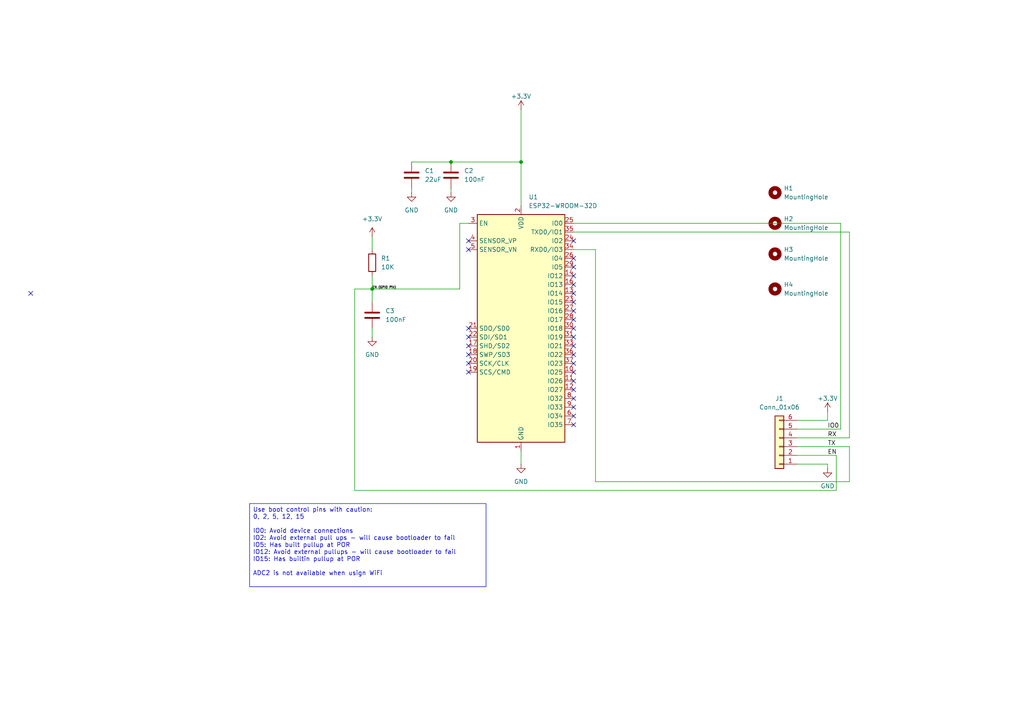
<source format=kicad_sch>
(kicad_sch (version 20231120) (generator "eeschema") (generator_version "8.0")
  (paper "A4")
  (lib_symbols
    (symbol "Connector_Generic:Conn_01x06" (pin_names (offset 1.016) hide)
      (property "Reference" "J" (at 0 7.62 0))
      (property "Value" "Conn_01x06" (at 0 -10.16 0))
      (symbol "Conn_01x06_1_1"
        (rectangle (start -1.27 -7.493) (end 0 -7.747) (stroke (width 0.1524)))
        (rectangle (start -1.27 -4.953) (end 0 -5.207) (stroke (width 0.1524)))
        (rectangle (start -1.27 -2.413) (end 0 -2.667) (stroke (width 0.1524)))
        (rectangle (start -1.27 0.127) (end 0 -0.127) (stroke (width 0.1524)))
        (rectangle (start -1.27 2.667) (end 0 2.413) (stroke (width 0.1524)))
        (rectangle (start -1.27 5.207) (end 0 4.953) (stroke (width 0.1524)))
        (rectangle (start -1.27 6.35) (end 1.27 -8.89) (stroke (width 0.254)) (fill (type background)))
        (pin passive line (at -5.08 5.08 0) (length 3.81) (name "Pin_1") (number "1"))
        (pin passive line (at -5.08 2.54 0) (length 3.81) (name "Pin_2") (number "2"))
        (pin passive line (at -5.08 0 0) (length 3.81) (name "Pin_3") (number "3"))
        (pin passive line (at -5.08 -2.54 0) (length 3.81) (name "Pin_4") (number "4"))
        (pin passive line (at -5.08 -5.08 0) (length 3.81) (name "Pin_5") (number "5"))
        (pin passive line (at -5.08 -7.62 0) (length 3.81) (name "Pin_6") (number "6"))
      )
    )
    (symbol "Device:C" (pin_numbers hide) (pin_names (offset 0.254))
      (property "Reference" "C" (at 0.635 2.54 0))
      (property "Value" "C" (at 0.635 -2.54 0))
      (symbol "C_0_1"
        (polyline (pts (xy -2.032 -0.762) (xy 2.032 -0.762)) (stroke (width 0.508)))
        (polyline (pts (xy -2.032 0.762) (xy 2.032 0.762)) (stroke (width 0.508)))
      )
      (symbol "C_1_1"
        (pin passive line (at 0 3.81 270) (length 2.794) (name "~") (number "1"))
        (pin passive line (at 0 -3.81 90) (length 2.794) (name "~") (number "2"))
      )
    )
    (symbol "Device:R" (pin_numbers hide) (pin_names (offset 0))
      (property "Reference" "R" (at 2.032 0 90))
      (property "Value" "R" (at 0 0 90))
      (symbol "R_0_1"
        (rectangle (start -1.016 -2.54) (end 1.016 2.54) (stroke (width 0.254)))
      )
      (symbol "R_1_1"
        (pin passive line (at 0 3.81 270) (length 1.27) (name "~") (number "1"))
        (pin passive line (at 0 -3.81 90) (length 1.27) (name "~") (number "2"))
      )
    )
    (symbol "Mechanical:MountingHole" (pin_names (offset 1.016)) (exclude_from_sim yes) (in_bom no)
      (property "Reference" "H" (at 0 5.08 0))
      (property "Value" "MountingHole" (at 0 3.175 0))
      (symbol "MountingHole_0_1"
        (circle (center 0 0) (radius 1.27) (stroke (width 1.27)))
      )
    )
    (symbol "RF_Module:ESP32-WROOM-32D"
      (property "Reference" "U" (at -12.7 34.29 0))
      (property "Value" "ESP32-WROOM-32D" (at 1.27 34.29 0))
      (symbol "ESP32-WROOM-32D_0_1"
        (rectangle (start -12.7 33.02) (end 12.7 -33.02) (stroke (width 0.254)) (fill (type background)))
      )
      (symbol "ESP32-WROOM-32D_1_1"
        (pin power_in line (at 0 -35.56 90) (length 2.54) (name "GND") (number "1"))
        (pin bidirectional line (at 15.24 -12.7 180) (length 2.54) (name "IO25") (number "10"))
        (pin bidirectional line (at 15.24 -15.24 180) (length 2.54) (name "IO26") (number "11"))
        (pin bidirectional line (at 15.24 -17.78 180) (length 2.54) (name "IO27") (number "12"))
        (pin bidirectional line (at 15.24 10.16 180) (length 2.54) (name "IO14") (number "13"))
        (pin bidirectional line (at 15.24 15.24 180) (length 2.54) (name "IO12") (number "14"))
        (pin passive line (at 0 -35.56 90) (length 2.54) hide (name "GND") (number "15"))
        (pin bidirectional line (at 15.24 12.7 180) (length 2.54) (name "IO13") (number "16"))
        (pin bidirectional line (at -15.24 -5.08 0) (length 2.54) (name "SHD/SD2") (number "17"))
        (pin bidirectional line (at -15.24 -7.62 0) (length 2.54) (name "SWP/SD3") (number "18"))
        (pin bidirectional line (at -15.24 -12.7 0) (length 2.54) (name "SCS/CMD") (number "19"))
        (pin power_in line (at 0 35.56 270) (length 2.54) (name "VDD") (number "2"))
        (pin bidirectional line (at -15.24 -10.16 0) (length 2.54) (name "SCK/CLK") (number "20"))
        (pin bidirectional line (at -15.24 0 0) (length 2.54) (name "SDO/SD0") (number "21"))
        (pin bidirectional line (at -15.24 -2.54 0) (length 2.54) (name "SDI/SD1") (number "22"))
        (pin bidirectional line (at 15.24 7.62 180) (length 2.54) (name "IO15") (number "23"))
        (pin bidirectional line (at 15.24 25.4 180) (length 2.54) (name "IO2") (number "24"))
        (pin bidirectional line (at 15.24 30.48 180) (length 2.54) (name "IO0") (number "25"))
        (pin bidirectional line (at 15.24 20.32 180) (length 2.54) (name "IO4") (number "26"))
        (pin bidirectional line (at 15.24 5.08 180) (length 2.54) (name "IO16") (number "27"))
        (pin bidirectional line (at 15.24 2.54 180) (length 2.54) (name "IO17") (number "28"))
        (pin bidirectional line (at 15.24 17.78 180) (length 2.54) (name "IO5") (number "29"))
        (pin input line (at -15.24 30.48 0) (length 2.54) (name "EN") (number "3"))
        (pin bidirectional line (at 15.24 0 180) (length 2.54) (name "IO18") (number "30"))
        (pin bidirectional line (at 15.24 -2.54 180) (length 2.54) (name "IO19") (number "31"))
        (pin no_connect line (at -12.7 -27.94 0) (length 2.54) hide (name "NC") (number "32"))
        (pin bidirectional line (at 15.24 -5.08 180) (length 2.54) (name "IO21") (number "33"))
        (pin bidirectional line (at 15.24 22.86 180) (length 2.54) (name "RXD0/IO3") (number "34"))
        (pin bidirectional line (at 15.24 27.94 180) (length 2.54) (name "TXD0/IO1") (number "35"))
        (pin bidirectional line (at 15.24 -7.62 180) (length 2.54) (name "IO22") (number "36"))
        (pin bidirectional line (at 15.24 -10.16 180) (length 2.54) (name "IO23") (number "37"))
        (pin passive line (at 0 -35.56 90) (length 2.54) hide (name "GND") (number "38"))
        (pin passive line (at 0 -35.56 90) (length 2.54) hide (name "GND") (number "39"))
        (pin input line (at -15.24 25.4 0) (length 2.54) (name "SENSOR_VP") (number "4"))
        (pin input line (at -15.24 22.86 0) (length 2.54) (name "SENSOR_VN") (number "5"))
        (pin input line (at 15.24 -25.4 180) (length 2.54) (name "IO34") (number "6"))
        (pin input line (at 15.24 -27.94 180) (length 2.54) (name "IO35") (number "7"))
        (pin bidirectional line (at 15.24 -20.32 180) (length 2.54) (name "IO32") (number "8"))
        (pin bidirectional line (at 15.24 -22.86 180) (length 2.54) (name "IO33") (number "9"))
      )
    )
    (symbol "power:+3.3V" (power) (pin_numbers hide) (pin_names (offset 0) hide)
      (property "Value" "+3.3V" (at 0 3.556 0))
      (symbol "+3.3V_0_1"
        (polyline (pts (xy -0.762 1.27) (xy 0 2.54)))
        (polyline (pts (xy 0 0) (xy 0 2.54)))
        (polyline (pts (xy 0 2.54) (xy 0.762 1.27)))
      )
      (symbol "+3.3V_1_1"
        (pin power_in line (at 0 0 90) (length 0) (name "~") (number "1"))
      )
    )
    (symbol "power:GND" (power) (pin_numbers hide) (pin_names (offset 0) hide)
      (property "Value" "GND" (at 0 -3.81 0))
      (symbol "GND_0_1"
        (polyline (pts (xy 0 0) (xy 0 -1.27) (xy 1.27 -1.27) (xy 0 -2.54) (xy -1.27 -1.27) (xy 0 -1.27)))
      )
      (symbol "GND_1_1"
        (pin power_in line (at 0 0 270) (length 0) (name "~") (number "1"))
      )
    )
  )
  (junction (at 151.13 46.99))
  (junction (at 130.81 46.99))
  (junction (at 107.95 83.82))
  (no_connect (at 166.37 120.65))
  (no_connect (at 166.37 100.33))
  (no_connect (at 135.89 69.85))
  (no_connect (at 166.37 102.87))
  (no_connect (at 166.37 69.85))
  (no_connect (at 166.37 115.57))
  (no_connect (at 166.37 90.17))
  (no_connect (at 135.89 102.87))
  (no_connect (at 166.37 97.79))
  (no_connect (at 135.89 107.95))
  (no_connect (at 135.89 105.41))
  (no_connect (at 166.37 107.95))
  (no_connect (at 166.37 87.63))
  (no_connect (at 166.37 95.25))
  (no_connect (at 166.37 77.47))
  (no_connect (at 166.37 110.49))
  (no_connect (at 135.89 72.39))
  (no_connect (at 135.89 97.79))
  (no_connect (at 166.37 80.01))
  (no_connect (at 166.37 82.55))
  (no_connect (at 135.89 95.25))
  (no_connect (at 166.37 105.41))
  (no_connect (at 166.37 113.03))
  (no_connect (at 166.37 92.71))
  (no_connect (at 166.37 123.19))
  (no_connect (at 135.89 100.33))
  (no_connect (at 166.37 85.09))
  (no_connect (at 166.37 118.11))
  (no_connect (at 166.37 74.93))
  (no_connect (at 8.89 85.09))
  (wire (pts (xy 151.13 31.75) (xy 151.13 46.99)))
  (wire (pts (xy 240.03 134.62) (xy 240.03 135.89)))
  (wire (pts (xy 166.37 64.77) (xy 243.84 64.77)))
  (wire (pts (xy 231.14 134.62) (xy 240.03 134.62)))
  (wire (pts (xy 107.95 83.82) (xy 107.95 87.63)))
  (wire (pts (xy 231.14 127) (xy 246.38 127)))
  (wire (pts (xy 102.87 83.82) (xy 107.95 83.82)))
  (wire (pts (xy 246.38 67.31) (xy 246.38 127)))
  (wire (pts (xy 246.38 139.7) (xy 246.38 129.54)))
  (wire (pts (xy 102.87 142.24) (xy 242.57 142.24)))
  (wire (pts (xy 133.35 83.82) (xy 133.35 64.77)))
  (wire (pts (xy 166.37 72.39) (xy 172.72 72.39)))
  (wire (pts (xy 119.38 54.61) (xy 119.38 55.88)))
  (wire (pts (xy 231.14 129.54) (xy 246.38 129.54)))
  (wire (pts (xy 130.81 46.99) (xy 151.13 46.99)))
  (wire (pts (xy 240.03 119.38) (xy 240.03 121.92)))
  (wire (pts (xy 107.95 80.01) (xy 107.95 83.82)))
  (wire (pts (xy 107.95 83.82) (xy 133.35 83.82)))
  (wire (pts (xy 151.13 130.81) (xy 151.13 134.62)))
  (wire (pts (xy 130.81 54.61) (xy 130.81 55.88)))
  (wire (pts (xy 231.14 121.92) (xy 240.03 121.92)))
  (wire (pts (xy 151.13 46.99) (xy 151.13 59.69)))
  (wire (pts (xy 243.84 64.77) (xy 243.84 124.46)))
  (wire (pts (xy 119.38 46.99) (xy 130.81 46.99)))
  (wire (pts (xy 231.14 132.08) (xy 242.57 132.08)))
  (wire (pts (xy 242.57 142.24) (xy 242.57 132.08)))
  (wire (pts (xy 102.87 83.82) (xy 102.87 142.24)))
  (wire (pts (xy 107.95 68.58) (xy 107.95 72.39)))
  (wire (pts (xy 172.72 139.7) (xy 246.38 139.7)))
  (wire (pts (xy 172.72 72.39) (xy 172.72 139.7)))
  (wire (pts (xy 107.95 95.25) (xy 107.95 97.79)))
  (wire (pts (xy 166.37 67.31) (xy 246.38 67.31)))
  (wire (pts (xy 133.35 64.77) (xy 135.89 64.77)))
  (wire (pts (xy 231.14 124.46) (xy 243.84 124.46)))
  (text_box "Use boot control pins with caution:\n0, 2, 5, 12, 15\n\nIO0: Avoid device connections\nIO2: Avoid external pull ups - will cause bootloader to fail\nIO5: Has built pullup at POR\nIO12: Avoid external pullups - will cause bootloader to fail\nIO15: Has builtin pullup at POR\n\nADC2 is not available when usign WiFi" (at 72.39 146.05 0) (size 68.58 24.13) (effects (font (size 1.27 1.27)) (justify left top)))
  (label "EN" (at 240.03 132.08 0))
  (label "RX" (at 240.03 127 0))
  (label "IO0" (at 240.03 124.46 0))
  (label "TX" (at 240.03 129.54 0))
  (label "EN (GPIO Pin)" (at 107.95 83.82 0) (effects (font (size 0.635 0.635))))
  (symbol (lib_id "power:GND") (at 107.95 97.79 0) (unit 1)
    (property "Reference" "#PWR06" (effects (hide yes)))
    (property "Value" "GND" (at 107.95 102.87 0))
    (property "Description" "Power symbol creates a global label with name \"GND\" , ground" (effects (hide yes)))
  )
  (symbol (lib_id "Device:C") (at 107.95 91.44 0) (unit 1)
    (property "Reference" "C3" (at 111.76 90.1699 0) (effects (justify left)))
    (property "Value" "100nF" (at 111.76 92.7099 0) (effects (justify left)))
    (property "Footprint" "Capacitor_SMD:C_0402_1005Metric_Pad0.74x0.62mm_HandSolder" (effects (hide yes)))
    (property "Description" "Unpolarized capacitor" (effects (hide yes)))
  )
  (symbol (lib_id "power:+3.3V") (at 240.03 119.38 0) (unit 1)
    (property "Reference" "#PWR07" (effects (hide yes)))
    (property "Value" "+3.3V" (at 240.03 115.57 0))
    (property "Description" "Power symbol creates a global label with name \"+3.3V\"" (effects (hide yes)))
  )
  (symbol (lib_id "Device:R") (at 107.95 76.2 0) (unit 1)
    (property "Reference" "R1" (at 110.49 74.9299 0) (effects (justify left)))
    (property "Value" "10K" (at 110.49 77.4699 0) (effects (justify left)))
    (property "Footprint" "Resistor_SMD:R_0402_1005Metric_Pad0.72x0.64mm_HandSolder" (effects (hide yes)))
    (property "Description" "Resistor" (effects (hide yes)))
  )
  (symbol (lib_id "power:+3.3V") (at 107.95 68.58 0) (unit 1)
    (property "Reference" "#PWR05" (effects (hide yes)))
    (property "Value" "+3.3V" (at 107.95 63.5 0))
    (property "Description" "Power symbol creates a global label with name \"+3.3V\"" (effects (hide yes)))
  )
  (symbol (lib_id "Connector_Generic:Conn_01x06") (at 226.06 129.54 180) (unit 1)
    (property "Reference" "J1" (at 226.06 115.57 0))
    (property "Value" "Conn_01x06" (at 226.06 118.11 0))
    (property "Footprint" "Connector_JST:JST_EH_B6B-EH-A_1x06_P2.50mm_Vertical" (effects (hide yes)))
    (property "Description" "Generic connector, single row, 01x06, script generated (kicad-library-utils/schlib/autogen/connector/)" (effects (hide yes)))
  )
  (symbol (lib_id "RF_Module:ESP32-WROOM-32D") (at 151.13 95.25 0) (unit 1)
    (property "Reference" "U1" (at 153.3241 57.15 0) (effects (justify left)))
    (property "Value" "ESP32-WROOM-32D" (at 153.3241 59.69 0) (effects (justify left)))
    (property "Footprint" "RF_Module:ESP32-WROOM-32D" (effects (hide yes)))
    (property "Datasheet" "https://www.espressif.com/sites/default/files/documentation/esp32-wroom-32d_esp32-wroom-32u_datasheet_en.pdf" (effects (hide yes)))
    (property "Description" "RF Module, ESP32-D0WD SoC, Wi-Fi 802.11b/g/n, Bluetooth, BLE, 32-bit, 2.7-3.6V, onboard antenna, SMD" (effects (hide yes)))
  )
  (symbol (lib_id "Mechanical:MountingHole") (at 224.79 73.66 0) (unit 1) (exclude_from_sim yes) (in_bom no)
    (property "Reference" "H3" (at 227.33 72.3899 0) (effects (justify left)))
    (property "Value" "MountingHole" (at 227.33 74.9299 0) (effects (justify left)))
    (property "Footprint" "MountingHole:MountingHole_3.2mm_M3" (effects (hide yes)))
    (property "Description" "Mounting Hole without connection" (effects (hide yes)))
  )
  (symbol (lib_id "Mechanical:MountingHole") (at 224.79 64.77 0) (unit 1) (exclude_from_sim yes) (in_bom no)
    (property "Reference" "H2" (at 227.33 63.4999 0) (effects (justify left)))
    (property "Value" "MountingHole" (at 227.33 66.0399 0) (effects (justify left)))
    (property "Footprint" "MountingHole:MountingHole_3.2mm_M3" (effects (hide yes)))
    (property "Description" "Mounting Hole without connection" (effects (hide yes)))
  )
  (symbol (lib_id "power:GND") (at 130.81 55.88 0) (unit 1)
    (property "Reference" "#PWR04" (effects (hide yes)))
    (property "Value" "GND" (at 130.81 60.96 0))
    (property "Description" "Power symbol creates a global label with name \"GND\" , ground" (effects (hide yes)))
  )
  (symbol (lib_id "power:+3.3V") (at 151.13 31.75 0) (unit 1)
    (property "Reference" "#PWR02" (effects (hide yes)))
    (property "Value" "+3.3V" (at 151.13 27.94 0))
    (property "Description" "Power symbol creates a global label with name \"+3.3V\"" (effects (hide yes)))
  )
  (symbol (lib_id "Device:C") (at 130.81 50.8 0) (unit 1)
    (property "Reference" "C2" (at 134.62 49.5299 0) (effects (justify left)))
    (property "Value" "100nF" (at 134.62 52.0699 0) (effects (justify left)))
    (property "Footprint" "Capacitor_SMD:C_0402_1005Metric_Pad0.74x0.62mm_HandSolder" (effects (hide yes)))
    (property "Description" "Unpolarized capacitor" (effects (hide yes)))
  )
  (symbol (lib_id "power:GND") (at 151.13 134.62 0) (unit 1)
    (property "Reference" "#PWR01" (effects (hide yes)))
    (property "Value" "GND" (at 151.13 139.7 0))
    (property "Description" "Power symbol creates a global label with name \"GND\" , ground" (effects (hide yes)))
  )
  (symbol (lib_id "power:GND") (at 119.38 55.88 0) (unit 1)
    (property "Reference" "#PWR03" (effects (hide yes)))
    (property "Value" "GND" (at 119.38 60.96 0))
    (property "Description" "Power symbol creates a global label with name \"GND\" , ground" (effects (hide yes)))
  )
  (symbol (lib_id "power:GND") (at 240.03 135.89 0) (unit 1)
    (property "Reference" "#PWR08" (effects (hide yes)))
    (property "Value" "GND" (at 240.03 140.97 0))
    (property "Description" "Power symbol creates a global label with name \"GND\" , ground" (effects (hide yes)))
  )
  (symbol (lib_id "Device:C") (at 119.38 50.8 0) (unit 1)
    (property "Reference" "C1" (at 123.19 49.5299 0) (effects (justify left)))
    (property "Value" "22uF" (at 123.19 52.0699 0) (effects (justify left)))
    (property "Footprint" "Capacitor_SMD:C_0805_2012Metric_Pad1.18x1.45mm_HandSolder" (effects (hide yes)))
    (property "Description" "Unpolarized capacitor" (effects (hide yes)))
  )
  (symbol (lib_id "Mechanical:MountingHole") (at 224.79 83.82 0) (unit 1) (exclude_from_sim yes) (in_bom no)
    (property "Reference" "H4" (at 227.33 82.5499 0) (effects (justify left)))
    (property "Value" "MountingHole" (at 227.33 85.0899 0) (effects (justify left)))
    (property "Footprint" "MountingHole:MountingHole_3.2mm_M3" (effects (hide yes)))
    (property "Description" "Mounting Hole without connection" (effects (hide yes)))
  )
  (symbol (lib_id "Mechanical:MountingHole") (at 224.79 55.88 0) (unit 1) (exclude_from_sim yes) (in_bom no)
    (property "Reference" "H1" (at 227.33 54.6099 0) (effects (justify left)))
    (property "Value" "MountingHole" (at 227.33 57.1499 0) (effects (justify left)))
    (property "Footprint" "MountingHole:MountingHole_3.2mm_M3" (effects (hide yes)))
    (property "Description" "Mounting Hole without connection" (effects (hide yes)))
  )
)
</source>
